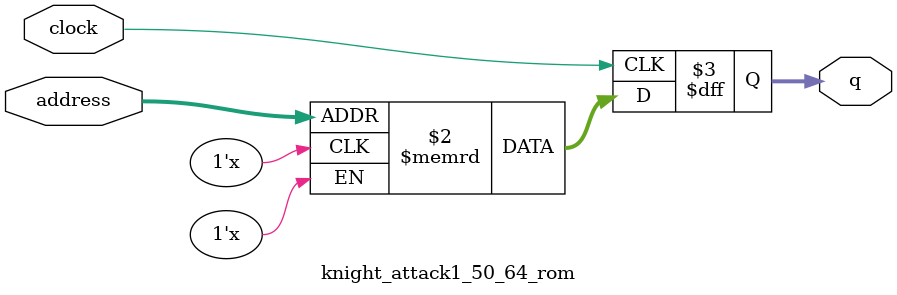
<source format=sv>
module knight_attack1_50_64_rom (
	input logic clock,
	input logic [11:0] address,
	output logic [2:0] q
);

logic [2:0] memory [0:3199] /* synthesis ram_init_file = "./knight_attack1_50_64/knight_attack1_50_64.mif" */;

always_ff @ (posedge clock) begin
	q <= memory[address];
end

endmodule

</source>
